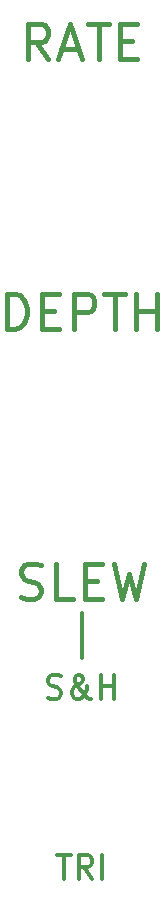
<source format=gbr>
%TF.GenerationSoftware,KiCad,Pcbnew,(6.0.5)*%
%TF.CreationDate,2023-02-15T12:53:04-05:00*%
%TF.ProjectId,wow_and_flutter,776f775f-616e-4645-9f66-6c7574746572,rev?*%
%TF.SameCoordinates,Original*%
%TF.FileFunction,Legend,Top*%
%TF.FilePolarity,Positive*%
%FSLAX46Y46*%
G04 Gerber Fmt 4.6, Leading zero omitted, Abs format (unit mm)*
G04 Created by KiCad (PCBNEW (6.0.5)) date 2023-02-15 12:53:04*
%MOMM*%
%LPD*%
G01*
G04 APERTURE LIST*
%ADD10C,0.300000*%
%ADD11C,0.450000*%
G04 APERTURE END LIST*
D10*
X91440000Y-99060000D02*
X91440000Y-102870000D01*
D11*
X86297142Y-97734285D02*
X86725714Y-97877142D01*
X87440000Y-97877142D01*
X87725714Y-97734285D01*
X87868571Y-97591428D01*
X88011428Y-97305714D01*
X88011428Y-97020000D01*
X87868571Y-96734285D01*
X87725714Y-96591428D01*
X87440000Y-96448571D01*
X86868571Y-96305714D01*
X86582857Y-96162857D01*
X86440000Y-96020000D01*
X86297142Y-95734285D01*
X86297142Y-95448571D01*
X86440000Y-95162857D01*
X86582857Y-95020000D01*
X86868571Y-94877142D01*
X87582857Y-94877142D01*
X88011428Y-95020000D01*
X90725714Y-97877142D02*
X89297142Y-97877142D01*
X89297142Y-94877142D01*
X91725714Y-96305714D02*
X92725714Y-96305714D01*
X93154285Y-97877142D02*
X91725714Y-97877142D01*
X91725714Y-94877142D01*
X93154285Y-94877142D01*
X94154285Y-94877142D02*
X94868571Y-97877142D01*
X95440000Y-95734285D01*
X96011428Y-97877142D01*
X96725714Y-94877142D01*
D10*
X89392380Y-119554761D02*
X90535238Y-119554761D01*
X89963809Y-121554761D02*
X89963809Y-119554761D01*
X92344761Y-121554761D02*
X91678095Y-120602380D01*
X91201904Y-121554761D02*
X91201904Y-119554761D01*
X91963809Y-119554761D01*
X92154285Y-119650000D01*
X92249523Y-119745238D01*
X92344761Y-119935714D01*
X92344761Y-120221428D01*
X92249523Y-120411904D01*
X92154285Y-120507142D01*
X91963809Y-120602380D01*
X91201904Y-120602380D01*
X93201904Y-121554761D02*
X93201904Y-119554761D01*
D11*
X88582857Y-52157142D02*
X87582857Y-50728571D01*
X86868571Y-52157142D02*
X86868571Y-49157142D01*
X88011428Y-49157142D01*
X88297142Y-49300000D01*
X88440000Y-49442857D01*
X88582857Y-49728571D01*
X88582857Y-50157142D01*
X88440000Y-50442857D01*
X88297142Y-50585714D01*
X88011428Y-50728571D01*
X86868571Y-50728571D01*
X89725714Y-51300000D02*
X91154285Y-51300000D01*
X89440000Y-52157142D02*
X90440000Y-49157142D01*
X91440000Y-52157142D01*
X92011428Y-49157142D02*
X93725714Y-49157142D01*
X92868571Y-52157142D02*
X92868571Y-49157142D01*
X94725714Y-50585714D02*
X95725714Y-50585714D01*
X96154285Y-52157142D02*
X94725714Y-52157142D01*
X94725714Y-49157142D01*
X96154285Y-49157142D01*
D10*
X88582857Y-106219523D02*
X88868571Y-106314761D01*
X89344761Y-106314761D01*
X89535238Y-106219523D01*
X89630476Y-106124285D01*
X89725714Y-105933809D01*
X89725714Y-105743333D01*
X89630476Y-105552857D01*
X89535238Y-105457619D01*
X89344761Y-105362380D01*
X88963809Y-105267142D01*
X88773333Y-105171904D01*
X88678095Y-105076666D01*
X88582857Y-104886190D01*
X88582857Y-104695714D01*
X88678095Y-104505238D01*
X88773333Y-104410000D01*
X88963809Y-104314761D01*
X89440000Y-104314761D01*
X89725714Y-104410000D01*
X92201904Y-106314761D02*
X92106666Y-106314761D01*
X91916190Y-106219523D01*
X91630476Y-105933809D01*
X91154285Y-105362380D01*
X90963809Y-105076666D01*
X90868571Y-104790952D01*
X90868571Y-104600476D01*
X90963809Y-104410000D01*
X91154285Y-104314761D01*
X91249523Y-104314761D01*
X91440000Y-104410000D01*
X91535238Y-104600476D01*
X91535238Y-104695714D01*
X91440000Y-104886190D01*
X91344761Y-104981428D01*
X90773333Y-105362380D01*
X90678095Y-105457619D01*
X90582857Y-105648095D01*
X90582857Y-105933809D01*
X90678095Y-106124285D01*
X90773333Y-106219523D01*
X90963809Y-106314761D01*
X91249523Y-106314761D01*
X91440000Y-106219523D01*
X91535238Y-106124285D01*
X91820952Y-105743333D01*
X91916190Y-105457619D01*
X91916190Y-105267142D01*
X93059047Y-106314761D02*
X93059047Y-104314761D01*
X93059047Y-105267142D02*
X94201904Y-105267142D01*
X94201904Y-106314761D02*
X94201904Y-104314761D01*
D11*
X85082857Y-75017142D02*
X85082857Y-72017142D01*
X85797142Y-72017142D01*
X86225714Y-72160000D01*
X86511428Y-72445714D01*
X86654285Y-72731428D01*
X86797142Y-73302857D01*
X86797142Y-73731428D01*
X86654285Y-74302857D01*
X86511428Y-74588571D01*
X86225714Y-74874285D01*
X85797142Y-75017142D01*
X85082857Y-75017142D01*
X88082857Y-73445714D02*
X89082857Y-73445714D01*
X89511428Y-75017142D02*
X88082857Y-75017142D01*
X88082857Y-72017142D01*
X89511428Y-72017142D01*
X90797142Y-75017142D02*
X90797142Y-72017142D01*
X91940000Y-72017142D01*
X92225714Y-72160000D01*
X92368571Y-72302857D01*
X92511428Y-72588571D01*
X92511428Y-73017142D01*
X92368571Y-73302857D01*
X92225714Y-73445714D01*
X91940000Y-73588571D01*
X90797142Y-73588571D01*
X93368571Y-72017142D02*
X95082857Y-72017142D01*
X94225714Y-75017142D02*
X94225714Y-72017142D01*
X96082857Y-75017142D02*
X96082857Y-72017142D01*
X96082857Y-73445714D02*
X97797142Y-73445714D01*
X97797142Y-75017142D02*
X97797142Y-72017142D01*
M02*

</source>
